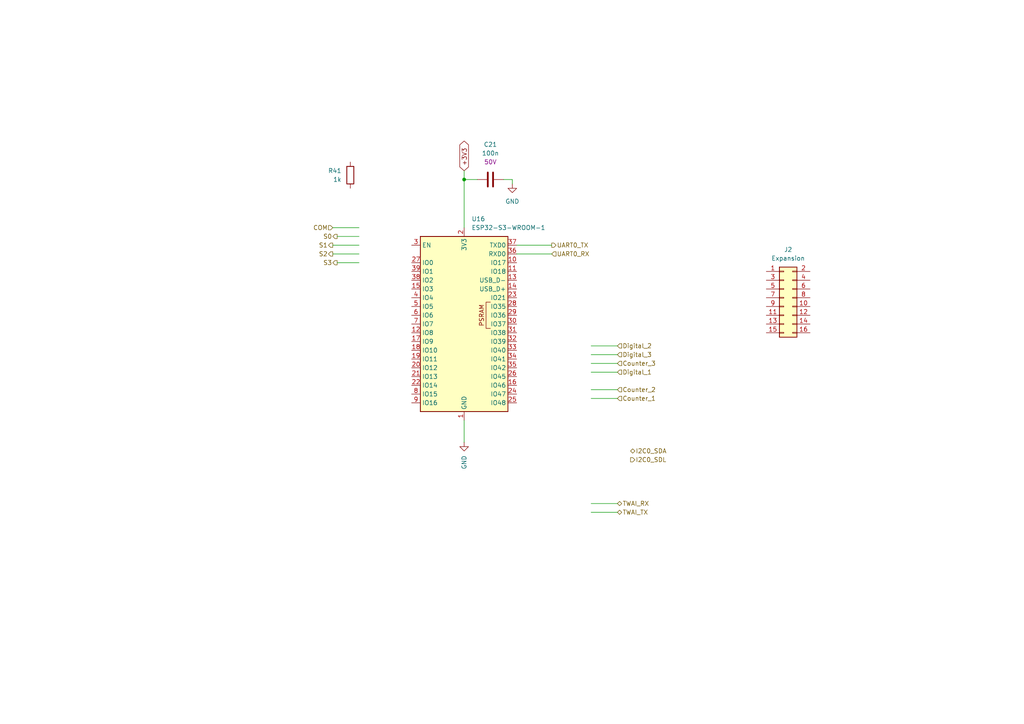
<source format=kicad_sch>
(kicad_sch (version 20250114) (generator "eeschema") (generator_version "9.0")
  (paper "A4")
  (title_block (title "ESP32 container") (date "2025-08-08") (rev "1.4") (comment 1 "https://github.com/martinroger/VXDash") (comment 2 "https://cadlab.io/projects/vxdash"))
  (lib_symbols
    (symbol "Connector_Generic:Conn_02x08_Odd_Even" (pin_names (offset 1.016) (hide yes))
      (property "Reference" "J" (at 1.27 10.16 0))
      (property "Value" "Conn_02x08_Odd_Even" (at 1.27 -12.7 0))
      (symbol "Conn_02x08_Odd_Even_1_1"
        (rectangle (start -1.27 8.89) (end 3.81 -11.43) (stroke (width 0.254)) (fill (type background)))
        (rectangle (start -1.27 7.747) (end 0 7.493) (stroke (width 0.1524)))
        (rectangle (start -1.27 5.207) (end 0 4.953) (stroke (width 0.1524)))
        (rectangle (start -1.27 2.667) (end 0 2.413) (stroke (width 0.1524)))
        (rectangle (start -1.27 0.127) (end 0 -0.127) (stroke (width 0.1524)))
        (rectangle (start -1.27 -2.413) (end 0 -2.667) (stroke (width 0.1524)))
        (rectangle (start -1.27 -4.953) (end 0 -5.207) (stroke (width 0.1524)))
        (rectangle (start -1.27 -7.493) (end 0 -7.747) (stroke (width 0.1524)))
        (rectangle (start -1.27 -10.033) (end 0 -10.287) (stroke (width 0.1524)))
        (rectangle (start 3.81 7.747) (end 2.54 7.493) (stroke (width 0.1524)))
        (rectangle (start 3.81 5.207) (end 2.54 4.953) (stroke (width 0.1524)))
        (rectangle (start 3.81 2.667) (end 2.54 2.413) (stroke (width 0.1524)))
        (rectangle (start 3.81 0.127) (end 2.54 -0.127) (stroke (width 0.1524)))
        (rectangle (start 3.81 -2.413) (end 2.54 -2.667) (stroke (width 0.1524)))
        (rectangle (start 3.81 -4.953) (end 2.54 -5.207) (stroke (width 0.1524)))
        (rectangle (start 3.81 -7.493) (end 2.54 -7.747) (stroke (width 0.1524)))
        (rectangle (start 3.81 -10.033) (end 2.54 -10.287) (stroke (width 0.1524)))
        (pin passive line (at -5.08 7.62 0) (length 3.81) (name "Pin_1") (number "1"))
        (pin passive line (at -5.08 5.08 0) (length 3.81) (name "Pin_3") (number "3"))
        (pin passive line (at -5.08 2.54 0) (length 3.81) (name "Pin_5") (number "5"))
        (pin passive line (at -5.08 0 0) (length 3.81) (name "Pin_7") (number "7"))
        (pin passive line (at -5.08 -2.54 0) (length 3.81) (name "Pin_9") (number "9"))
        (pin passive line (at -5.08 -5.08 0) (length 3.81) (name "Pin_11") (number "11"))
        (pin passive line (at -5.08 -7.62 0) (length 3.81) (name "Pin_13") (number "13"))
        (pin passive line (at -5.08 -10.16 0) (length 3.81) (name "Pin_15") (number "15"))
        (pin passive line (at 7.62 7.62 180) (length 3.81) (name "Pin_2") (number "2"))
        (pin passive line (at 7.62 5.08 180) (length 3.81) (name "Pin_4") (number "4"))
        (pin passive line (at 7.62 2.54 180) (length 3.81) (name "Pin_6") (number "6"))
        (pin passive line (at 7.62 0 180) (length 3.81) (name "Pin_8") (number "8"))
        (pin passive line (at 7.62 -2.54 180) (length 3.81) (name "Pin_10") (number "10"))
        (pin passive line (at 7.62 -5.08 180) (length 3.81) (name "Pin_12") (number "12"))
        (pin passive line (at 7.62 -7.62 180) (length 3.81) (name "Pin_14") (number "14"))
        (pin passive line (at 7.62 -10.16 180) (length 3.81) (name "Pin_16") (number "16"))
      )
    )
    (symbol "RF_Module:ESP32-S3-WROOM-1"
      (property "Reference" "U" (at -12.7 26.67 0))
      (property "Value" "ESP32-S3-WROOM-1" (at 12.7 26.67 0))
      (symbol "ESP32-S3-WROOM-1_0_0"
        (rectangle (start -12.7 25.4) (end 12.7 -25.4) (stroke (width 0.254)) (fill (type background)))
        (text "PSRAM" (at 5.08 2.54 900) (effects (font (size 1.27 1.27))))
      )
      (symbol "ESP32-S3-WROOM-1_0_1"
        (polyline (pts (xy 7.62 -1.27) (xy 6.35 -1.27) (xy 6.35 6.35) (xy 7.62 6.35)))
      )
      (symbol "ESP32-S3-WROOM-1_1_1"
        (pin input line (at -15.24 22.86 0) (length 2.54) (name "EN") (number "3"))
        (pin bidirectional line (at -15.24 17.78 0) (length 2.54) (name "IO0") (number "27"))
        (pin bidirectional line (at -15.24 15.24 0) (length 2.54) (name "IO1") (number "39"))
        (pin bidirectional line (at -15.24 12.7 0) (length 2.54) (name "IO2") (number "38"))
        (pin bidirectional line (at -15.24 10.16 0) (length 2.54) (name "IO3") (number "15"))
        (pin bidirectional line (at -15.24 7.62 0) (length 2.54) (name "IO4") (number "4"))
        (pin bidirectional line (at -15.24 5.08 0) (length 2.54) (name "IO5") (number "5"))
        (pin bidirectional line (at -15.24 2.54 0) (length 2.54) (name "IO6") (number "6"))
        (pin bidirectional line (at -15.24 0 0) (length 2.54) (name "IO7") (number "7"))
        (pin bidirectional line (at -15.24 -2.54 0) (length 2.54) (name "IO8") (number "12"))
        (pin bidirectional line (at -15.24 -5.08 0) (length 2.54) (name "IO9") (number "17"))
        (pin bidirectional line (at -15.24 -7.62 0) (length 2.54) (name "IO10") (number "18"))
        (pin bidirectional line (at -15.24 -10.16 0) (length 2.54) (name "IO11") (number "19"))
        (pin bidirectional line (at -15.24 -12.7 0) (length 2.54) (name "IO12") (number "20"))
        (pin bidirectional line (at -15.24 -15.24 0) (length 2.54) (name "IO13") (number "21"))
        (pin bidirectional line (at -15.24 -17.78 0) (length 2.54) (name "IO14") (number "22"))
        (pin bidirectional line (at -15.24 -20.32 0) (length 2.54) (name "IO15") (number "8"))
        (pin bidirectional line (at -15.24 -22.86 0) (length 2.54) (name "IO16") (number "9"))
        (pin power_in line (at 0 27.94 270) (length 2.54) (name "3V3") (number "2"))
        (pin power_in line (at 0 -27.94 90) (length 2.54) (name "GND") (number "1"))
        (pin passive line (at 0 -27.94 90) (length 2.54) (hide yes) (name "GND") (number "40"))
        (pin passive line (at 0 -27.94 90) (length 2.54) (hide yes) (name "GND") (number "41"))
        (pin bidirectional line (at 15.24 22.86 180) (length 2.54) (name "TXD0") (number "37"))
        (pin bidirectional line (at 15.24 20.32 180) (length 2.54) (name "RXD0") (number "36"))
        (pin bidirectional line (at 15.24 17.78 180) (length 2.54) (name "IO17") (number "10"))
        (pin bidirectional line (at 15.24 15.24 180) (length 2.54) (name "IO18") (number "11"))
        (pin bidirectional line (at 15.24 12.7 180) (length 2.54) (name "USB_D-") (number "13"))
        (pin bidirectional line (at 15.24 10.16 180) (length 2.54) (name "USB_D+") (number "14"))
        (pin bidirectional line (at 15.24 7.62 180) (length 2.54) (name "IO21") (number "23"))
        (pin bidirectional line (at 15.24 5.08 180) (length 2.54) (name "IO35") (number "28"))
        (pin bidirectional line (at 15.24 2.54 180) (length 2.54) (name "IO36") (number "29"))
        (pin bidirectional line (at 15.24 0 180) (length 2.54) (name "IO37") (number "30"))
        (pin bidirectional line (at 15.24 -2.54 180) (length 2.54) (name "IO38") (number "31"))
        (pin bidirectional line (at 15.24 -5.08 180) (length 2.54) (name "IO39") (number "32"))
        (pin bidirectional line (at 15.24 -7.62 180) (length 2.54) (name "IO40") (number "33"))
        (pin bidirectional line (at 15.24 -10.16 180) (length 2.54) (name "IO41") (number "34"))
        (pin bidirectional line (at 15.24 -12.7 180) (length 2.54) (name "IO42") (number "35"))
        (pin bidirectional line (at 15.24 -15.24 180) (length 2.54) (name "IO45") (number "26"))
        (pin bidirectional line (at 15.24 -17.78 180) (length 2.54) (name "IO46") (number "16"))
        (pin bidirectional line (at 15.24 -20.32 180) (length 2.54) (name "IO47") (number "24"))
        (pin bidirectional line (at 15.24 -22.86 180) (length 2.54) (name "IO48") (number "25"))
      )
    )
    (symbol "VXDash_passives:Cap_MLCC" (pin_numbers (hide yes)) (pin_names (offset 0.254))
      (property "Reference" "C" (at 2.54 2.54 0))
      (property "Value" "Cap_MLCC" (at 2.54 0 0))
      (property "Voltage" "50V" (at 2.54 -2.54 0))
      (symbol "Cap_MLCC_0_1"
        (polyline (pts (xy -2.032 0.762) (xy 2.032 0.762)) (stroke (width 0.508)))
        (polyline (pts (xy -2.032 -0.762) (xy 2.032 -0.762)) (stroke (width 0.508)))
      )
      (symbol "Cap_MLCC_1_1"
        (pin passive line (at 0 3.81 270) (length 2.794) (name "~") (number "1"))
        (pin passive line (at 0 -3.81 90) (length 2.794) (name "~") (number "2"))
      )
    )
    (symbol "VXDash_passives:Res" (pin_numbers (hide yes)) (pin_names (offset 0))
      (property "Reference" "R" (at 1.27 1.27 0))
      (property "Value" "Res" (at 1.27 -1.27 0))
      (symbol "Res_0_1"
        (rectangle (start -1.016 -2.54) (end 1.016 2.54) (stroke (width 0.254)))
      )
      (symbol "Res_1_1"
        (pin passive line (at 0 3.81 270) (length 1.27) (name "~") (number "1"))
        (pin passive line (at 0 -3.81 90) (length 1.27) (name "~") (number "2"))
      )
    )
    (symbol "power:GND" (power) (pin_numbers (hide yes)) (pin_names (offset 0) (hide yes))
      (property "Value" "GND" (at 0 -3.81 0))
      (symbol "GND_0_1"
        (polyline (pts (xy 0 0) (xy 0 -1.27) (xy 1.27 -1.27) (xy 0 -2.54) (xy -1.27 -1.27) (xy 0 -1.27)))
      )
      (symbol "GND_1_1"
        (pin power_in line (at 0 0 270) (length 0) (name "~") (number "1"))
      )
    )
  )
  (junction (at 134.62 52.07))
  (wire (pts (xy 148.59 53.34) (xy 148.59 52.07)))
  (wire (pts (xy 104.14 73.66) (xy 96.52 73.66)))
  (wire (pts (xy 171.45 115.57) (xy 179.07 115.57)))
  (wire (pts (xy 104.14 71.12) (xy 96.52 71.12)))
  (wire (pts (xy 171.45 107.95) (xy 179.07 107.95)))
  (wire (pts (xy 134.62 52.07) (xy 138.43 52.07)))
  (wire (pts (xy 134.62 52.07) (xy 134.62 66.04)))
  (wire (pts (xy 171.45 105.41) (xy 179.07 105.41)))
  (wire (pts (xy 171.45 148.59) (xy 179.07 148.59)))
  (wire (pts (xy 104.14 76.2) (xy 97.79 76.2)))
  (wire (pts (xy 171.45 102.87) (xy 179.07 102.87)))
  (wire (pts (xy 134.62 121.92) (xy 134.62 128.27)))
  (wire (pts (xy 134.62 49.53) (xy 134.62 52.07)))
  (wire (pts (xy 171.45 146.05) (xy 179.07 146.05)))
  (wire (pts (xy 104.14 68.58) (xy 97.79 68.58)))
  (wire (pts (xy 171.45 100.33) (xy 179.07 100.33)))
  (wire (pts (xy 171.45 113.03) (xy 179.07 113.03)))
  (wire (pts (xy 149.86 73.66) (xy 160.02 73.66)))
  (wire (pts (xy 149.86 71.12) (xy 160.02 71.12)))
  (wire (pts (xy 146.05 52.07) (xy 148.59 52.07)))
  (wire (pts (xy 104.14 66.04) (xy 96.52 66.04)))
  (global_label "+3V3" (shape bidirectional) (at 134.62 49.53 90) (property "Intersheetrefs" "${INTERSHEET_REFS}" (effects (hide yes))))
  (hierarchical_label "UART0_RX" (shape input) (at 160.02 73.66 0))
  (hierarchical_label "Digital_1" (shape input) (at 179.07 107.95 0))
  (hierarchical_label "I2C0_SDL" (shape output) (at 182.88 133.35 0))
  (hierarchical_label "S0" (shape output) (at 97.79 68.58 180))
  (hierarchical_label "Digital_3" (shape input) (at 179.07 102.87 0))
  (hierarchical_label "Counter_2" (shape input) (at 179.07 113.03 0))
  (hierarchical_label "UART0_TX" (shape output) (at 160.02 71.12 0))
  (hierarchical_label "S3" (shape output) (at 97.79 76.2 180))
  (hierarchical_label "Counter_3" (shape input) (at 179.07 105.41 0))
  (hierarchical_label "COM" (shape input) (at 96.52 66.04 180))
  (hierarchical_label "Counter_1" (shape input) (at 179.07 115.57 0))
  (hierarchical_label "S1" (shape output) (at 96.52 71.12 180))
  (hierarchical_label "S2" (shape output) (at 96.52 73.66 180))
  (hierarchical_label "Digital_2" (shape input) (at 179.07 100.33 0))
  (hierarchical_label "TWAI_RX" (shape bidirectional) (at 179.07 146.05 0))
  (hierarchical_label "TWAI_TX" (shape bidirectional) (at 179.07 148.59 0))
  (hierarchical_label "I2C0_SDA" (shape bidirectional) (at 182.88 130.81 0))
  (symbol (lib_id "power:GND") (at 148.59 53.34 0) (unit 1)
    (property "Reference" "#PWR035" (effects (hide yes)))
    (property "Value" "GND" (at 148.59 58.42 0))
    (property "Description" "Power symbol creates a global label with name \"GND\" , ground" (effects (hide yes)))
  )
  (symbol (lib_id "VXDash_passives:Res") (at 101.6 50.8 0) (mirror x) (unit 1)
    (property "Reference" "R41" (at 99.06 49.5299 0) (effects (justify right)))
    (property "Value" "1k" (at 99.06 52.0699 0) (effects (justify right)))
    (property "Footprint" "Resistor_SMD:R_0603_1608Metric_Pad0.98x0.95mm_HandSolder" (effects (hide yes)))
    (property "Tol" "1%" (effects (hide yes)))
    (property "Power" "100mW" (effects (hide yes)))
  )
  (symbol (lib_id "VXDash_passives:Cap_MLCC") (at 142.24 52.07 270) (mirror x) (unit 1)
    (property "Reference" "C21" (at 142.24 41.91 90))
    (property "Value" "100n" (at 142.24 44.45 90))
    (property "Dielectric" "X7R" (effects (hide yes)))
    (property "Tol" "10%" (effects (hide yes)))
    (property "Voltage" "50V" (at 142.24 46.99 90))
  )
  (symbol (lib_id "Connector_Generic:Conn_02x08_Odd_Even") (at 227.33 86.36 0) (unit 1)
    (property "Reference" "J2" (at 228.6 72.39 0))
    (property "Value" "Expansion" (at 228.6 74.93 0))
    (property "Footprint" "Connector_PinHeader_2.54mm:PinHeader_2x08_P2.54mm_Vertical" (effects (hide yes)))
    (property "Description" "Spare GPIO connections" (effects (hide yes)))
  )
  (symbol (lib_id "power:GND") (at 134.62 128.27 0) (unit 1)
    (property "Reference" "#PWR034" (effects (hide yes)))
    (property "Value" "GND" (at 134.62 132.08 90) (effects (justify right)))
    (property "Description" "Power symbol creates a global label with name \"GND\" , ground" (effects (hide yes)))
    (instances (project "DashSpy" (path "" (reference "#PWR07") (unit 1))) (project "VXDash" (path "" (reference "#PWR034") (unit 1))))
  )
  (symbol (lib_id "RF_Module:ESP32-S3-WROOM-1") (at 134.62 93.98 0) (unit 1)
    (property "Reference" "U16" (at 136.7633 63.5 0) (effects (justify left)))
    (property "Value" "ESP32-S3-WROOM-1" (at 136.7633 66.04 0) (effects (justify left)))
    (property "Footprint" "RF_Module:ESP32-S3-WROOM-1" (effects (hide yes)))
    (property "Datasheet" "https://www.espressif.com/sites/default/files/documentation/esp32-s3-wroom-1_wroom-1u_datasheet_en.pdf" (effects (hide yes)))
    (property "Description" "RF Module, ESP32-S3 SoC, Wi-Fi 802.11b/g/n, Bluetooth, BLE, 32-bit, 3.3V, onboard antenna, SMD" (effects (hide yes)))
  )
)
</source>
